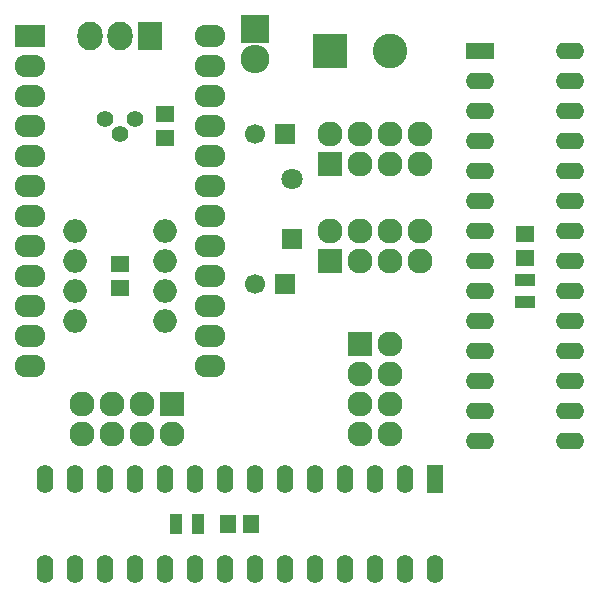
<source format=gbr>
G04 #@! TF.FileFunction,Soldermask,Bot*
%FSLAX46Y46*%
G04 Gerber Fmt 4.6, Leading zero omitted, Abs format (unit mm)*
G04 Created by KiCad (PCBNEW 4.0.2-stable) date 31-7-2016 00:13:12*
%MOMM*%
G01*
G04 APERTURE LIST*
%ADD10C,0.100000*%
%ADD11R,1.700000X1.700000*%
%ADD12C,1.700000*%
%ADD13R,2.599640X1.924000*%
%ADD14O,2.599640X1.924000*%
%ADD15O,2.597100X1.924000*%
%ADD16R,2.432000X2.432000*%
%ADD17O,2.432000X2.432000*%
%ADD18R,2.127200X2.127200*%
%ADD19O,2.127200X2.127200*%
%ADD20R,2.940000X2.940000*%
%ADD21C,2.940000*%
%ADD22R,2.127200X2.432000*%
%ADD23O,2.127200X2.432000*%
%ADD24C,1.400760*%
%ADD25O,2.000000X2.000000*%
%ADD26R,1.797000X1.797000*%
%ADD27C,1.797000*%
%ADD28R,1.650000X1.400000*%
%ADD29R,1.400000X1.650000*%
%ADD30R,1.700000X1.100000*%
%ADD31R,1.100000X1.700000*%
%ADD32R,2.400000X1.400000*%
%ADD33O,2.400000X1.400000*%
%ADD34R,1.400000X2.400000*%
%ADD35O,1.400000X2.400000*%
G04 APERTURE END LIST*
D10*
D11*
X93495000Y-103495000D03*
D12*
X90995000Y-103495000D03*
D11*
X93495000Y-90795000D03*
D12*
X90995000Y-90795000D03*
D13*
X71905000Y-82540000D03*
D14*
X71905000Y-85080000D03*
X71905000Y-87620000D03*
X71905000Y-90160000D03*
X71905000Y-92700000D03*
X71905000Y-95240000D03*
X71905000Y-97780000D03*
X71905000Y-100320000D03*
X71905000Y-102860000D03*
X71905000Y-105400000D03*
X71905000Y-107940000D03*
X71905000Y-110480000D03*
X87145000Y-110480000D03*
D15*
X87145000Y-107940000D03*
X87145000Y-105400000D03*
X87145000Y-102860000D03*
X87145000Y-100320000D03*
X87145000Y-97780000D03*
X87145000Y-95240000D03*
X87145000Y-92700000D03*
X87145000Y-90160000D03*
X87145000Y-87620000D03*
X87145000Y-85080000D03*
X87145000Y-82540000D03*
D16*
X90955000Y-81905000D03*
D17*
X90955000Y-84445000D03*
D18*
X97305000Y-93335000D03*
D19*
X97305000Y-90795000D03*
X99845000Y-93335000D03*
X99845000Y-90795000D03*
X102385000Y-93335000D03*
X102385000Y-90795000D03*
X104925000Y-93335000D03*
X104925000Y-90795000D03*
D20*
X97305000Y-83810000D03*
D21*
X102385000Y-83810000D03*
D18*
X97305000Y-101590000D03*
D19*
X97305000Y-99050000D03*
X99845000Y-101590000D03*
X99845000Y-99050000D03*
X102385000Y-101590000D03*
X102385000Y-99050000D03*
X104925000Y-101590000D03*
X104925000Y-99050000D03*
D22*
X82065000Y-82540000D03*
D23*
X79525000Y-82540000D03*
X76985000Y-82540000D03*
D18*
X99845000Y-108575000D03*
D19*
X102385000Y-108575000D03*
X99845000Y-111115000D03*
X102385000Y-111115000D03*
X99845000Y-113655000D03*
X102385000Y-113655000D03*
X99845000Y-116195000D03*
X102385000Y-116195000D03*
D18*
X83970000Y-113655000D03*
D19*
X83970000Y-116195000D03*
X81430000Y-113655000D03*
X81430000Y-116195000D03*
X78890000Y-113655000D03*
X78890000Y-116195000D03*
X76350000Y-113655000D03*
X76350000Y-116195000D03*
D24*
X79525000Y-90795000D03*
X78255000Y-89525000D03*
X80795000Y-89525000D03*
D25*
X75715000Y-99050000D03*
X75715000Y-101590000D03*
X75715000Y-104130000D03*
X75715000Y-106670000D03*
X83335000Y-106670000D03*
X83335000Y-104130000D03*
X83335000Y-101590000D03*
X83335000Y-99050000D03*
D26*
X94130000Y-99685000D03*
D27*
X94130000Y-94605000D03*
D28*
X83335000Y-89160000D03*
X83335000Y-91160000D03*
X113815000Y-101320000D03*
X113815000Y-99320000D03*
D29*
X88685000Y-123815000D03*
X90685000Y-123815000D03*
D28*
X79525000Y-101860000D03*
X79525000Y-103860000D03*
D30*
X113815000Y-103180000D03*
X113815000Y-105080000D03*
D31*
X86190000Y-123815000D03*
X84290000Y-123815000D03*
D32*
X110005000Y-83810000D03*
D33*
X110005000Y-86350000D03*
X110005000Y-88890000D03*
X110005000Y-91430000D03*
X110005000Y-93970000D03*
X110005000Y-96510000D03*
X110005000Y-99050000D03*
X110005000Y-101590000D03*
X110005000Y-104130000D03*
X110005000Y-106670000D03*
X110005000Y-109210000D03*
X110005000Y-111750000D03*
X110005000Y-114290000D03*
X110005000Y-116830000D03*
X117625000Y-116830000D03*
X117625000Y-114290000D03*
X117625000Y-111750000D03*
X117625000Y-109210000D03*
X117625000Y-106670000D03*
X117625000Y-104130000D03*
X117625000Y-101590000D03*
X117625000Y-99050000D03*
X117625000Y-96510000D03*
X117625000Y-93970000D03*
X117625000Y-91430000D03*
X117625000Y-88890000D03*
X117625000Y-86350000D03*
X117625000Y-83810000D03*
D34*
X106195000Y-120005000D03*
D35*
X103655000Y-120005000D03*
X101115000Y-120005000D03*
X98575000Y-120005000D03*
X96035000Y-120005000D03*
X93495000Y-120005000D03*
X90955000Y-120005000D03*
X88415000Y-120005000D03*
X85875000Y-120005000D03*
X83335000Y-120005000D03*
X80795000Y-120005000D03*
X78255000Y-120005000D03*
X75715000Y-120005000D03*
X73175000Y-120005000D03*
X73175000Y-127625000D03*
X75715000Y-127625000D03*
X78255000Y-127625000D03*
X80795000Y-127625000D03*
X83335000Y-127625000D03*
X85875000Y-127625000D03*
X88415000Y-127625000D03*
X90955000Y-127625000D03*
X93495000Y-127625000D03*
X96035000Y-127625000D03*
X98575000Y-127625000D03*
X101115000Y-127625000D03*
X103655000Y-127625000D03*
X106195000Y-127625000D03*
M02*

</source>
